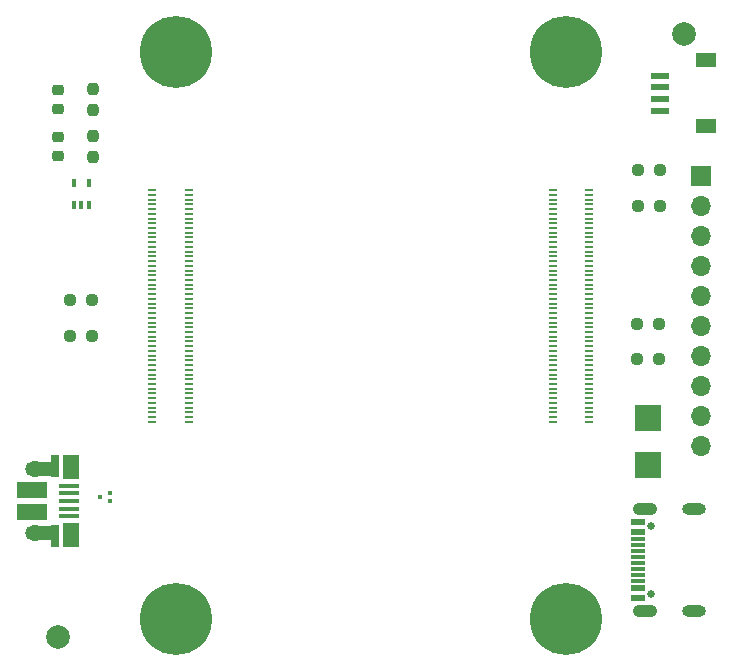
<source format=gts>
%TF.GenerationSoftware,KiCad,Pcbnew,(5.99.0-6900-ga9be08e1ce)*%
%TF.CreationDate,2020-11-13T16:54:07-06:00*%
%TF.ProjectId,rpi-cm4-base-carrier,7270692d-636d-4342-9d62-6173652d6361,v01*%
%TF.SameCoordinates,Original*%
%TF.FileFunction,Soldermask,Top*%
%TF.FilePolarity,Negative*%
%FSLAX46Y46*%
G04 Gerber Fmt 4.6, Leading zero omitted, Abs format (unit mm)*
G04 Created by KiCad (PCBNEW (5.99.0-6900-ga9be08e1ce)) date 2020-11-13 16:54:07*
%MOMM*%
%LPD*%
G01*
G04 APERTURE LIST*
G04 Aperture macros list*
%AMRoundRect*
0 Rectangle with rounded corners*
0 $1 Rounding radius*
0 $2 $3 $4 $5 $6 $7 $8 $9 X,Y pos of 4 corners*
0 Add a 4 corners polygon primitive as box body*
4,1,4,$2,$3,$4,$5,$6,$7,$8,$9,$2,$3,0*
0 Add four circle primitives for the rounded corners*
1,1,$1+$1,$2,$3,0*
1,1,$1+$1,$4,$5,0*
1,1,$1+$1,$6,$7,0*
1,1,$1+$1,$8,$9,0*
0 Add four rect primitives between the rounded corners*
20,1,$1+$1,$2,$3,$4,$5,0*
20,1,$1+$1,$4,$5,$6,$7,0*
20,1,$1+$1,$6,$7,$8,$9,0*
20,1,$1+$1,$8,$9,$2,$3,0*%
G04 Aperture macros list end*
%ADD10RoundRect,0.237500X-0.250000X-0.237500X0.250000X-0.237500X0.250000X0.237500X-0.250000X0.237500X0*%
%ADD11RoundRect,0.237500X0.250000X0.237500X-0.250000X0.237500X-0.250000X-0.237500X0.250000X-0.237500X0*%
%ADD12C,2.000000*%
%ADD13R,2.260600X2.311400*%
%ADD14R,0.400000X0.650000*%
%ADD15RoundRect,0.237500X-0.237500X0.250000X-0.237500X-0.250000X0.237500X-0.250000X0.237500X0.250000X0*%
%ADD16RoundRect,0.218750X-0.256250X0.218750X-0.256250X-0.218750X0.256250X-0.218750X0.256250X0.218750X0*%
%ADD17R,1.150000X0.600000*%
%ADD18R,1.150000X0.300000*%
%ADD19O,2.000000X1.000000*%
%ADD20O,2.100000X1.050000*%
%ADD21C,0.650000*%
%ADD22R,1.750000X0.400000*%
%ADD23R,2.000000X1.300000*%
%ADD24O,1.700000X1.300000*%
%ADD25R,1.400000X2.000000*%
%ADD26R,2.500000X1.425000*%
%ADD27O,1.400000X1.000000*%
%ADD28R,0.700000X1.825000*%
%ADD29R,0.300000X0.300000*%
%ADD30C,6.100000*%
%ADD31R,0.700000X0.200000*%
%ADD32R,1.700000X1.700000*%
%ADD33O,1.700000X1.700000*%
%ADD34R,1.550000X0.600000*%
%ADD35R,1.800000X1.200000*%
G04 APERTURE END LIST*
D10*
%TO.C,R5*%
X169175000Y-95000000D03*
X171000000Y-95000000D03*
%TD*%
%TO.C,R7*%
X121087500Y-106000000D03*
X122912500Y-106000000D03*
%TD*%
D11*
%TO.C,R4*%
X170912500Y-108000000D03*
X169087500Y-108000000D03*
%TD*%
D12*
%TO.C,REF\u002A\u002A*%
X120000000Y-131500000D03*
%TD*%
D11*
%TO.C,R8*%
X122912500Y-103000000D03*
X121087500Y-103000000D03*
%TD*%
D13*
%TO.C,CR1*%
X170000000Y-116993900D03*
X170000000Y-113006100D03*
%TD*%
D14*
%TO.C,U1*%
X121350000Y-94950000D03*
X122000000Y-94950000D03*
X122650000Y-94950000D03*
X122650000Y-93050000D03*
X121350000Y-93050000D03*
%TD*%
D15*
%TO.C,R2*%
X123000000Y-85087500D03*
X123000000Y-86912500D03*
%TD*%
D16*
%TO.C,D2*%
X120000000Y-89212500D03*
X120000000Y-90787500D03*
%TD*%
D17*
%TO.C,J2*%
X169145000Y-128200000D03*
X169145000Y-127400000D03*
D18*
X169145000Y-126250000D03*
X169145000Y-125250000D03*
X169145000Y-124750000D03*
X169145000Y-123750000D03*
D17*
X169145000Y-121800000D03*
X169145000Y-122600000D03*
D18*
X169145000Y-123250000D03*
X169145000Y-124250000D03*
X169145000Y-125750000D03*
X169145000Y-126750000D03*
D19*
X173900000Y-129320000D03*
X173900000Y-120680000D03*
D20*
X169720000Y-129320000D03*
X169720000Y-120680000D03*
D21*
X170220000Y-122110000D03*
X170220000Y-127890000D03*
%TD*%
D16*
%TO.C,D1*%
X120000000Y-85212500D03*
X120000000Y-86787500D03*
%TD*%
D11*
%TO.C,R1*%
X170912500Y-105000000D03*
X169087500Y-105000000D03*
%TD*%
D10*
%TO.C,R3*%
X169175000Y-92000000D03*
X171000000Y-92000000D03*
%TD*%
D22*
%TO.C,J4*%
X120920000Y-118700000D03*
X120920000Y-119350000D03*
X120920000Y-120000000D03*
X120920000Y-120650000D03*
X120920000Y-121300000D03*
D23*
X119030000Y-117275000D03*
D24*
X118100000Y-122725000D03*
D25*
X121160000Y-117150000D03*
D26*
X117850000Y-120962500D03*
D27*
X121130000Y-122425000D03*
D28*
X119800000Y-122987500D03*
D23*
X119030000Y-122725000D03*
D26*
X117850000Y-119037500D03*
D25*
X121160000Y-122900000D03*
D27*
X121130000Y-117575000D03*
D24*
X118100000Y-117275000D03*
D28*
X119800000Y-117012500D03*
%TD*%
D15*
%TO.C,R6*%
X123000000Y-89087500D03*
X123000000Y-90912500D03*
%TD*%
D29*
%TO.C,U2*%
X124425000Y-120050000D03*
X124425000Y-119350000D03*
X123575000Y-119700000D03*
%TD*%
D12*
%TO.C,REF\u002A\u002A*%
X173000000Y-80500000D03*
%TD*%
D30*
%TO.C,Module1*%
X163000000Y-82000000D03*
X130000000Y-130000000D03*
X130000000Y-82000000D03*
X163000000Y-130000000D03*
D31*
X165000000Y-113300000D03*
X161920000Y-113300000D03*
X165000000Y-112900000D03*
X161920000Y-112900000D03*
X165000000Y-112500000D03*
X161920000Y-112500000D03*
X165000000Y-112100000D03*
X161920000Y-112100000D03*
X165000000Y-111700000D03*
X161920000Y-111700000D03*
X165000000Y-111300000D03*
X161920000Y-111300000D03*
X165000000Y-110900000D03*
X161920000Y-110900000D03*
X165000000Y-110500000D03*
X161920000Y-110500000D03*
X165000000Y-110100000D03*
X161920000Y-110100000D03*
X165000000Y-109700000D03*
X161920000Y-109700000D03*
X165000000Y-109300000D03*
X161920000Y-109300000D03*
X165000000Y-108900000D03*
X161920000Y-108900000D03*
X165000000Y-108500000D03*
X161920000Y-108500000D03*
X165000000Y-108100000D03*
X161920000Y-108100000D03*
X165000000Y-107700000D03*
X161920000Y-107700000D03*
X165000000Y-107300000D03*
X161920000Y-107300000D03*
X165000000Y-106900000D03*
X161920000Y-106900000D03*
X165000000Y-106500000D03*
X161920000Y-106500000D03*
X165000000Y-106100000D03*
X161920000Y-106100000D03*
X165000000Y-105700000D03*
X161920000Y-105700000D03*
X165000000Y-105300000D03*
X161920000Y-105300000D03*
X165000000Y-104900000D03*
X161920000Y-104900000D03*
X165000000Y-104500000D03*
X161920000Y-104500000D03*
X165000000Y-104100000D03*
X161920000Y-104100000D03*
X165000000Y-103700000D03*
X161920000Y-103700000D03*
X165000000Y-103300000D03*
X161920000Y-103300000D03*
X165000000Y-102900000D03*
X161920000Y-102900000D03*
X165000000Y-102500000D03*
X161920000Y-102500000D03*
X165000000Y-102100000D03*
X161920000Y-102100000D03*
X165000000Y-101700000D03*
X161920000Y-101700000D03*
X165000000Y-101300000D03*
X161920000Y-101300000D03*
X165000000Y-100900000D03*
X161920000Y-100900000D03*
X165000000Y-100500000D03*
X161920000Y-100500000D03*
X165000000Y-100100000D03*
X161920000Y-100100000D03*
X165000000Y-99700000D03*
X161920000Y-99700000D03*
X165000000Y-99300000D03*
X161920000Y-99300000D03*
X165000000Y-98900000D03*
X161920000Y-98900000D03*
X165000000Y-98500000D03*
X161920000Y-98500000D03*
X165000000Y-98100000D03*
X161920000Y-98100000D03*
X165000000Y-97700000D03*
X161920000Y-97700000D03*
X165000000Y-97300000D03*
X161920000Y-97300000D03*
X165000000Y-96900000D03*
X161920000Y-96900000D03*
X165000000Y-96500000D03*
X161920000Y-96500000D03*
X165000000Y-96100000D03*
X161920000Y-96100000D03*
X165000000Y-95700000D03*
X161920000Y-95700000D03*
X165000000Y-95300000D03*
X161920000Y-95300000D03*
X165000000Y-94900000D03*
X161920000Y-94900000D03*
X165000000Y-94500000D03*
X161920000Y-94500000D03*
X165000000Y-94100000D03*
X161920000Y-94100000D03*
X165000000Y-93700000D03*
X161920000Y-93700000D03*
X131080000Y-113300000D03*
X128000000Y-113300000D03*
X131080000Y-112900000D03*
X128000000Y-112900000D03*
X131080000Y-112500000D03*
X128000000Y-112500000D03*
X131080000Y-112100000D03*
X128000000Y-112100000D03*
X131080000Y-111700000D03*
X128000000Y-111700000D03*
X131080000Y-111300000D03*
X128000000Y-111300000D03*
X131080000Y-110900000D03*
X128000000Y-110900000D03*
X131080000Y-110500000D03*
X128000000Y-110500000D03*
X131080000Y-110100000D03*
X128000000Y-110100000D03*
X131080000Y-109700000D03*
X128000000Y-109700000D03*
X131080000Y-109300000D03*
X128000000Y-109300000D03*
X131080000Y-108900000D03*
X128000000Y-108900000D03*
X131080000Y-108500000D03*
X128000000Y-108500000D03*
X131080000Y-108100000D03*
X128000000Y-108100000D03*
X131080000Y-107700000D03*
X128000000Y-107700000D03*
X131080000Y-107300000D03*
X128000000Y-107300000D03*
X131080000Y-106900000D03*
X128000000Y-106900000D03*
X131080000Y-106500000D03*
X128000000Y-106500000D03*
X131080000Y-106100000D03*
X128000000Y-106100000D03*
X131080000Y-105700000D03*
X128000000Y-105700000D03*
X131080000Y-105300000D03*
X128000000Y-105300000D03*
X131080000Y-104900000D03*
X128000000Y-104900000D03*
X131080000Y-104500000D03*
X128000000Y-104500000D03*
X131080000Y-104100000D03*
X128000000Y-104100000D03*
X131080000Y-103700000D03*
X128000000Y-103700000D03*
X131080000Y-103300000D03*
X128000000Y-103300000D03*
X131080000Y-102900000D03*
X128000000Y-102900000D03*
X131080000Y-102500000D03*
X128000000Y-102500000D03*
X131080000Y-102100000D03*
X128000000Y-102100000D03*
X131080000Y-101700000D03*
X128000000Y-101700000D03*
X131080000Y-101300000D03*
X128000000Y-101300000D03*
X131080000Y-100900000D03*
X128000000Y-100900000D03*
X131080000Y-100500000D03*
X128000000Y-100500000D03*
X131080000Y-100100000D03*
X128000000Y-100100000D03*
X131080000Y-99700000D03*
X128000000Y-99700000D03*
X131080000Y-99300000D03*
X128000000Y-99300000D03*
X131080000Y-98900000D03*
X128000000Y-98900000D03*
X131080000Y-98500000D03*
X128000000Y-98500000D03*
X131080000Y-98100000D03*
X128000000Y-98100000D03*
X131080000Y-97700000D03*
X128000000Y-97700000D03*
X131080000Y-97300000D03*
X128000000Y-97300000D03*
X131080000Y-96900000D03*
X128000000Y-96900000D03*
X131080000Y-96500000D03*
X128000000Y-96500000D03*
X131080000Y-96100000D03*
X128000000Y-96100000D03*
X131080000Y-95700000D03*
X128000000Y-95700000D03*
X131080000Y-95300000D03*
X128000000Y-95300000D03*
X131080000Y-94900000D03*
X128000000Y-94900000D03*
X131080000Y-94500000D03*
X128000000Y-94500000D03*
X131080000Y-94100000D03*
X128000000Y-94100000D03*
X131080000Y-93700000D03*
X128000000Y-93700000D03*
%TD*%
D32*
%TO.C,J1*%
X174500000Y-92500000D03*
D33*
X174500000Y-95040000D03*
X174500000Y-97580000D03*
X174500000Y-100120000D03*
X174500000Y-102660000D03*
X174500000Y-105200000D03*
X174500000Y-107740000D03*
X174500000Y-110280000D03*
X174500000Y-112820000D03*
X174500000Y-115360000D03*
%TD*%
D34*
%TO.C,J3*%
X171000000Y-87000000D03*
X171000000Y-86000000D03*
X171000000Y-85000000D03*
X171000000Y-84000000D03*
D35*
X174875000Y-88300000D03*
X174875000Y-82700000D03*
%TD*%
M02*

</source>
